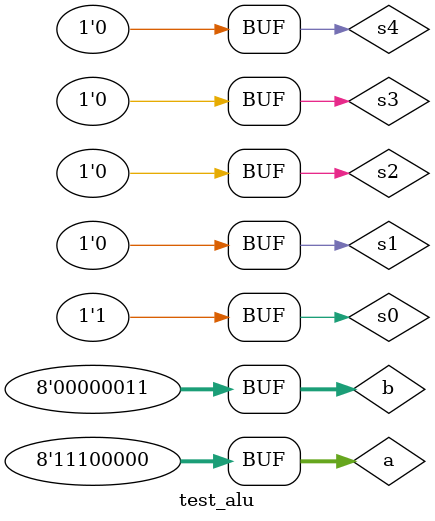
<source format=v>
`timescale 1ns / 1ps


module test_alu;

	// Inputs
	reg [7:0] a;
	reg [7:0] b;
	reg s0;
	reg s1;
	reg s2;
	reg s3;
	reg s4;

	// Outputs
	wire [7:0] o;
	wire cout;

	// Instantiate the Unit Under Test (UUT)
	alu uut (
		.a(a), 
		.b(b), 
		.s0(s0), 
		.s1(s1), 
		.s2(s2), 
		.s3(s3), 
		.s4(s4), 
		.o(o), 
		.cout(cout)
	);

	initial begin
		// Initialize Inputs
		a = 8'b11100000;
		b = 8'b00000011;
		s0 = 0;
		s1 = 0;
		s2 = 0;
		s3 = 0;
		s4 = 0;

		// Wait 100 ns for global reset to finish
		#100;
        
		// Add stimulus here
		a = 8'b11100000;
		b = 8'b00000011;
		s0 = 0;
		s1 = 0;
		s2 = 1;
		s3 = 1;
		s4 = 0;
		#100;
		
		a = 8'b11100000;
		b = 8'b00000011;
		s0 = 1;
		s1 = 0;
		s2 = 0;
		s3 = 0;
		s4 = 0;
	end
      
endmodule


</source>
